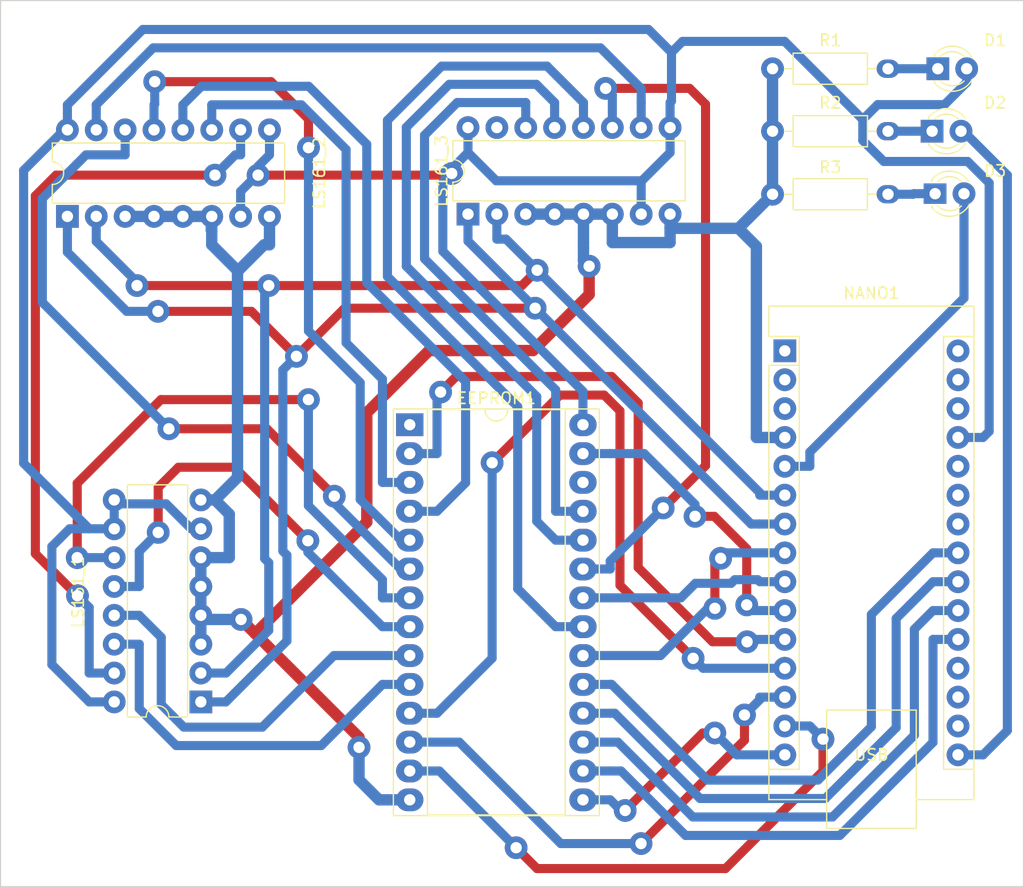
<source format=kicad_pcb>
(kicad_pcb (version 20240108) (generator "pcbnew") (generator_version "8.0")
  (layers (0 "F.Cu" signal) (31 "B.Cu" signal) (34 "B.Paste" user) (35 "F.Paste" user) (36 "B.SilkS" user "B.Silkscreen") (37 "F.SilkS" user "F.Silkscreen") (38 "B.Mask" user) (39 "F.Mask" user) (44 "Edge.Cuts" user))
  (net 0 "")
  (net 1 "VCC")
  (net 2 "Net-(D1-K)")
  (net 3 "Net-(D2-K)")
  (net 4 "Net-(D2-A)")
  (net 5 "Net-(D3-K)")
  (net 6 "Net-(D3-A)")
  (net 7 "Net-(EEPROM1-A12)")
  (net 8 "/D6")
  (net 9 "/D1")
  (net 10 "/D4")
  (net 11 "Net-(EEPROM1-A11)")
  (net 12 "/D0")
  (net 13 "/D5")
  (net 14 "/D3")
  (net 15 "/D2")
  (net 16 "Net-(EEPROM1-A6)")
  (net 17 "Net-(EEPROM1-~{WE})")
  (net 18 "Net-(EEPROM1-A1)")
  (net 19 "Net-(EEPROM1-A8)")
  (net 20 "GND")
  (net 21 "Net-(EEPROM1-A9)")
  (net 22 "Net-(EEPROM1-A2)")
  (net 23 "Net-(EEPROM1-~{CS})")
  (net 24 "Net-(EEPROM1-A3)")
  (net 25 "Net-(EEPROM1-A4)")
  (net 26 "Net-(EEPROM1-A0)")
  (net 27 "Net-(EEPROM1-A10)")
  (net 28 "/D7")
  (net 29 "Net-(EEPROM1-A5)")
  (net 30 "Net-(EEPROM1-~{OE})")
  (net 31 "Net-(EEPROM1-A7)")
  (net 32 "Net-(LS161_1-~{MR})")
  (net 33 "Net-(LS161_1-TC)")
  (net 34 "Net-(LS161_1-CP)")
  (net 35 "Net-(LS161_2-TC)")
  (footprint "Resistor_THT:R_Axial_DIN0207_L6.3mm_D2.5mm_P10.16mm_Horizontal" (layer "F.Cu") (at 175.42 53.05)
    (property "Reference" "R3")
    (property "Value" "330")
  )
  (footprint "Resistor_THT:R_Axial_DIN0207_L6.3mm_D2.5mm_P10.16mm_Horizontal" (layer "F.Cu") (at 175.42 42)
    (property "Reference" "R1")
    (property "Value" "180")
  )
  (footprint "Package_DIP:DIP-16_W7.62mm" (layer "F.Cu") (at 113.38 55 90)
    (property "Reference" "LS161_2")
    (property "Value" "74LS161")
  )
  (footprint "LED_THT:LED_D3.0mm" (layer "F.Cu") (at 189.96 42)
    (property "Reference" "D1")
    (property "Value" "PWR")
  )
  (footprint "Package_DIP:DIP-28_W15.24mm_Socket_LongPads" (layer "F.Cu") (at 143.5 73.34)
    (property "Reference" "EEPROM1")
    (property "Value" "28C64")
  )
  (footprint "Package_DIP:DIP-16_W7.62mm" (layer "F.Cu") (at 148.625 54.8 90)
    (property "Reference" "LS161_3")
    (property "Value" "74LS161")
  )
  (footprint "Resistor_THT:R_Axial_DIN0207_L6.3mm_D2.5mm_P10.16mm_Horizontal" (layer "F.Cu") (at 175.42 47.5)
    (property "Reference" "R2")
    (property "Value" "220")
  )
  (footprint "Module:Arduino_Nano" (layer "F.Cu") (at 176.5 66.84)
    (property "Reference" "NANO1")
    (property "Value" "Arduino_Nano_v3.x")
  )
  (footprint "Package_DIP:DIP-16_W7.62mm" (layer "F.Cu") (at 125.12 97.74 180)
    (property "Reference" "LS161_1")
    (property "Value" "74LS161")
  )
  (footprint "LED_THT:LED_D3.0mm" (layer "F.Cu") (at 189.46 47.5)
    (property "Reference" "D2")
    (property "Value" "OK")
  )
  (footprint "LED_THT:LED_D3.0mm" (layer "F.Cu") (at 189.725 53)
    (property "Reference" "D3")
    (property "Value" "ERROR")
  )
  (gr_rect (start 107.5 36) (end 197.5 114) (stroke (width 0.1)) (fill none) (layer "Edge.Cuts"))
  (segment (start 130.158 51.3676) (end 147.0501 51.3676) (width 0.8) (layer "F.Cu") (net 1))
  (segment (start 147.0501 51.3676) (end 147.194 51.2237) (width 0.8) (layer "F.Cu") (net 1))
  (via (at 130.158 51.3676) (size 2) (drill 1) (layers "F.Cu" "B.Cu") (net 1))
  (via (at 147.194 51.2237) (size 2) (drill 1) (layers "F.Cu" "B.Cu") (net 1))
  (segment (start 146.4116 58.0729) (end 146.4116 52.0061) (width 0.8) (layer "B.Cu") (net 1))
  (segment (start 166.405 47.18) (end 166.405 44.9783) (width 0.8) (layer "B.Cu") (net 1))
  (segment (start 148.625 49.3817) (end 151.1086 51.8653) (width 0.8) (layer "B.Cu") (net 1))
  (segment (start 147.194 50.8127) (end 147.194 51.2237) (width 0.8) (layer "B.Cu") (net 1))
  (segment (start 117.5 82.5) (end 117.5 82.1617) (width 0.8) (layer "B.Cu") (net 1))
  (segment (start 176.4821 39.5937) (end 167.5006 39.5937) (width 0.8) (layer "B.Cu") (net 1))
  (segment (start 163.865 51.8653) (end 163.865 54.8) (width 0.8) (layer "B.Cu") (net 1))
  (segment (start 148.625 49.3817) (end 147.194 50.8127) (width 0.8) (layer "B.Cu") (net 1))
  (segment (start 194.4781 52.0551) (end 192.587 50.164) (width 0.8) (layer "B.Cu") (net 1))
  (segment (start 131.16 49.5817) (end 130.158 50.5837) (width 0.8) (layer "B.Cu") (net 1))
  (segment (start 146.4116 52.0061) (end 147.194 51.2237) (width 0.8) (layer "B.Cu") (net 1))
  (segment (start 163.9214 51.8653) (end 166.405 49.3817) (width 0.8) (layer "B.Cu") (net 1))
  (segment (start 166.5301 44.8532) (end 166.5301 40.5642) (width 0.8) (layer "B.Cu") (net 1))
  (segment (start 163.865 51.8653) (end 163.9214 51.8653) (width 0.8) (layer "B.Cu") (net 1))
  (segment (start 166.405 47.18) (end 166.405 49.3817) (width 0.8) (layer "B.Cu") (net 1))
  (segment (start 117.5 82.5) (end 115.2983 82.5) (width 0.8) (layer "B.Cu") (net 1))
  (segment (start 130.158 50.5837) (end 130.158 51.3676) (width 0.8) (layer "B.Cu") (net 1))
  (segment (start 166.405 44.9783) (end 166.5301 44.8532) (width 0.8) (layer "B.Cu") (net 1))
  (segment (start 109.5283 50.9516) (end 109.5283 76.73) (width 0.8) (layer "B.Cu") (net 1))
  (segment (start 117.5 97.74) (end 115.2983 97.74) (width 0.8) (layer "B.Cu") (net 1))
  (segment (start 192.587 50.164) (end 185.207 50.164) (width 0.8) (layer "B.Cu") (net 1))
  (segment (start 158.74 71.1383) (end 158.74 70.4013) (width 0.8) (layer "B.Cu") (net 1))
  (segment (start 117.5 80.3062) (end 122.0697 80.3062) (width 0.8) (layer "B.Cu") (net 1))
  (segment (start 113.5698 82.5) (end 112.0138 84.056) (width 0.8) (layer "B.Cu") (net 1))
  (segment (start 112.0138 94.4555) (end 115.2983 97.74) (width 0.8) (layer "B.Cu") (net 1))
  (segment (start 128.62 52.7983) (end 130.0507 51.3676) (width 0.8) (layer "B.Cu") (net 1))
  (segment (start 158.74 73.34) (end 158.74 71.1383) (width 0.8) (layer "B.Cu") (net 1))
  (segment (start 183.359 46.4706) (end 184.6708 45.1588) (width 0.8) (layer "B.Cu") (net 1))
  (segment (start 185.207 50.164) (end 183.359 48.316) (width 0.8) (layer "B.Cu") (net 1))
  (segment (start 128.62 55) (end 128.62 52.7983) (width 0.8) (layer "B.Cu") (net 1))
  (segment (start 192.5 43.2089) (end 192.5 42) (width 0.8) (layer "B.Cu") (net 1))
  (segment (start 148.625 47.18) (end 148.625 49.3817) (width 0.8) (layer "B.Cu") (net 1))
  (segment (start 193.9417 74.46) (end 194.4781 73.9236) (width 0.8) (layer "B.Cu") (net 1))
  (segment (start 184.6708 45.1588) (end 190.5501 45.1588) (width 0.8) (layer "B.Cu") (net 1))
  (segment (start 183.359 48.316) (end 183.359 46.4706) (width 0.8) (layer "B.Cu") (net 1))
  (segment (start 117.5 80.3062) (end 117.5 79.96) (width 0.8) (layer "B.Cu") (net 1))
  (segment (start 191.74 74.46) (end 193.9417 74.46) (width 0.8) (layer "B.Cu") (net 1))
  (segment (start 113.38 47.0999) (end 113.38 45.1783) (width 0.8) (layer "B.Cu") (net 1))
  (segment (start 167.5006 39.5937) (end 166.5301 40.5642) (width 0.8) (layer "B.Cu") (net 1))
  (segment (start 158.74 70.4013) (end 146.4116 58.0729) (width 0.8) (layer "B.Cu") (net 1))
  (segment (start 109.5283 76.73) (end 115.2983 82.5) (width 0.8) (layer "B.Cu") (net 1))
  (segment (start 122.0697 80.3062) (end 124.2635 82.5) (width 0.8) (layer "B.Cu") (net 1))
  (segment (start 194.4781 73.9236) (end 194.4781 52.0551) (width 0.8) (layer "B.Cu") (net 1))
  (segment (start 124.2635 82.5) (end 125.12 82.5) (width 0.8) (layer "B.Cu") (net 1))
  (segment (start 112.0138 84.056) (end 112.0138 94.4555) (width 0.8) (layer "B.Cu") (net 1))
  (segment (start 166.5301 40.5642) (end 164.5098 38.5439) (width 0.8) (layer "B.Cu") (net 1))
  (segment (start 113.38 47.0999) (end 109.5283 50.9516) (width 0.8) (layer "B.Cu") (net 1))
  (segment (start 130.0507 51.3676) (end 130.158 51.3676) (width 0.8) (layer "B.Cu") (net 1))
  (segment (start 115.2983 82.5) (end 113.5698 82.5) (width 0.8) (layer "B.Cu") (net 1))
  (segment (start 164.5098 38.5439) (end 120.0144 38.5439) (width 0.8) (layer "B.Cu") (net 1))
  (segment (start 113.38 47.38) (end 113.38 47.0999) (width 0.8) (layer "B.Cu") (net 1))
  (segment (start 190.5501 45.1588) (end 192.5 43.2089) (width 0.8) (layer "B.Cu") (net 1))
  (segment (start 183.359 46.4706) (end 176.4821 39.5937) (width 0.8) (layer "B.Cu") (net 1))
  (segment (start 131.16 47.38) (end 131.16 49.5817) (width 0.8) (layer "B.Cu") (net 1))
  (segment (start 151.1086 51.8653) (end 163.865 51.8653) (width 0.8) (layer "B.Cu") (net 1))
  (segment (start 120.0144 38.5439) (end 113.38 45.1783) (width 0.8) (layer "B.Cu") (net 1))
  (segment (start 117.5 80.3062) (end 117.5 82.1617) (width 0.8) (layer "B.Cu") (net 1))
  (segment (start 189.96 42) (end 185.58 42) (width 0.8) (layer "B.Cu") (net 2))
  (segment (start 189.46 47.5) (end 185.58 47.5) (width 0.8) (layer "B.Cu") (net 3))
  (segment (start 191.74 102.4) (end 193.9417 102.4) (width 0.8) (layer "B.Cu") (net 4))
  (segment (start 196.0799 100.2618) (end 196.0799 51.3675) (width 0.8) (layer "B.Cu") (net 4))
  (segment (start 193.9417 102.4) (end 196.0799 100.2618) (width 0.8) (layer "B.Cu") (net 4))
  (segment (start 196.0799 51.3675) (end 192.2124 47.5) (width 0.8) (layer "B.Cu") (net 4))
  (segment (start 192.2124 47.5) (end 192 47.5) (width 0.8) (layer "B.Cu") (net 4))
  (segment (start 189.725 53) (end 187.8317 53) (width 0.8) (layer "B.Cu") (net 5))
  (segment (start 187.8317 53) (end 187.7817 53.05) (width 0.8) (layer "B.Cu") (net 5))
  (segment (start 185.58 53.05) (end 187.7817 53.05) (width 0.8) (layer "B.Cu") (net 5))
  (segment (start 192.265 53) (end 192.265 62.1857) (width 0.8) (layer "B.Cu") (net 6))
  (segment (start 192.265 62.1857) (end 178.7017 75.749) (width 0.8) (layer "B.Cu") (net 6))
  (segment (start 176.5 77) (end 178.7017 77) (width 0.8) (layer "B.Cu") (net 6))
  (segment (start 178.7017 75.749) (end 178.7017 77) (width 0.8) (layer "B.Cu") (net 6))
  (segment (start 170.1369 92.4463) (end 173.1787 92.4463) (width 0.8) (layer "F.Cu") (net 7))
  (segment (start 147.5832 69.0957) (end 161.2671 69.0957) (width 0.8) (layer "F.Cu") (net 7))
  (segment (start 163.5982 85.9076) (end 170.1369 92.4463) (width 0.8) (layer "F.Cu") (net 7))
  (segment (start 161.2671 69.0957) (end 163.5982 71.4268) (width 0.8) (layer "F.Cu") (net 7))
  (segment (start 163.5982 71.4268) (end 163.5982 85.9076) (width 0.8) (layer "F.Cu") (net 7))
  (segment (start 146.2127 70.4662) (end 147.5832 69.0957) (width 0.8) (layer "F.Cu") (net 7))
  (via (at 146.2127 70.4662) (size 2) (drill 1) (layers "F.Cu" "B.Cu") (net 7))
  (via (at 173.1787 92.4463) (size 2) (drill 1) (layers "F.Cu" "B.Cu") (net 7))
  (segment (start 145.9017 70.7772) (end 145.9017 75.88) (width 0.8) (layer "B.Cu") (net 7))
  (segment (start 173.385 92.24) (end 173.1787 92.4463) (width 0.8) (layer "B.Cu") (net 7))
  (segment (start 176.5 92.24) (end 173.385 92.24) (width 0.8) (layer "B.Cu") (net 7))
  (segment (start 143.5 75.88) (end 145.9017 75.88) (width 0.8) (layer "B.Cu") (net 7))
  (segment (start 146.2127 70.4662) (end 145.9017 70.7772) (width 0.8) (layer "B.Cu") (net 7))
  (segment (start 186.2976 90.4007) (end 186.2976 100.0058) (width 0.8) (layer "B.Cu") (net 8))
  (segment (start 158.74 98.74) (end 161.1417 98.74) (width 0.8) (layer "B.Cu") (net 8))
  (segment (start 169.0445 106.2437) (end 161.5408 98.74) (width 0.8) (layer "B.Cu") (net 8))
  (segment (start 180.0597 106.2437) (end 169.0445 106.2437) (width 0.8) (layer "B.Cu") (net 8))
  (segment (start 186.2976 100.0058) (end 180.0597 106.2437) (width 0.8) (layer "B.Cu") (net 8))
  (segment (start 161.5408 98.74) (end 161.1417 98.74) (width 0.8) (layer "B.Cu") (net 8))
  (segment (start 189.5383 87.16) (end 186.2976 90.4007) (width 0.8) (layer "B.Cu") (net 8))
  (segment (start 191.74 87.16) (end 189.5383 87.16) (width 0.8) (layer "B.Cu") (net 8))
  (segment (start 172.9505 101.1082) (end 163.8486 110.2101) (width 0.8) (layer "F.Cu") (net 9))
  (segment (start 172.9505 98.89) (end 172.9505 101.1082) (width 0.8) (layer "F.Cu") (net 9))
  (via (at 172.9505 98.89) (size 2) (drill 1) (layers "F.Cu" "B.Cu") (net 9))
  (via (at 163.8486 110.2101) (size 2) (drill 1) (layers "F.Cu" "B.Cu") (net 9))
  (segment (start 147.8571 101.28) (end 143.5 101.28) (width 0.8) (layer "B.Cu") (net 9))
  (segment (start 174.2983 97.5422) (end 172.9505 98.89) (width 0.8) (layer "B.Cu") (net 9))
  (segment (start 156.7872 110.2101) (end 147.8571 101.28) (width 0.8) (layer "B.Cu") (net 9))
  (segment (start 174.2983 97.32) (end 174.2983 97.5422) (width 0.8) (layer "B.Cu") (net 9))
  (segment (start 163.8486 110.2101) (end 156.7872 110.2101) (width 0.8) (layer "B.Cu") (net 9))
  (segment (start 176.5 97.32) (end 174.2983 97.32) (width 0.8) (layer "B.Cu") (net 9))
  (segment (start 158.74 103.82) (end 161.1417 103.82) (width 0.8) (layer "B.Cu") (net 10))
  (segment (start 167.7652 109.4948) (end 162.0904 103.82) (width 0.8) (layer "B.Cu") (net 10))
  (segment (start 191.74 92.24) (end 189.5383 92.24) (width 0.8) (layer "B.Cu") (net 10))
  (segment (start 162.0904 103.82) (end 161.1417 103.82) (width 0.8) (layer "B.Cu") (net 10))
  (segment (start 189.5383 101.2955) (end 181.339 109.4948) (width 0.8) (layer "B.Cu") (net 10))
  (segment (start 181.339 109.4948) (end 167.7652 109.4948) (width 0.8) (layer "B.Cu") (net 10))
  (segment (start 189.5383 92.24) (end 189.5383 101.2955) (width 0.8) (layer "B.Cu") (net 10))
  (segment (start 165.8014 80.6656) (end 169.5249 76.9421) (width 0.8) (layer "F.Cu") (net 11))
  (segment (start 169.5249 76.9421) (end 169.5249 45.131) (width 0.8) (layer "F.Cu") (net 11))
  (segment (start 168.1235 43.7296) (end 160.7374 43.7296) (width 0.8) (layer "F.Cu") (net 11))
  (segment (start 169.5249 45.131) (end 168.1235 43.7296) (width 0.8) (layer "F.Cu") (net 11))
  (via (at 160.7374 43.7296) (size 2) (drill 1) (layers "F.Cu" "B.Cu") (net 11))
  (via (at 165.8014 80.6656) (size 2) (drill 1) (layers "F.Cu" "B.Cu") (net 11))
  (segment (start 161.1417 85.3253) (end 165.8014 80.6656) (width 0.8) (layer "B.Cu") (net 11))
  (segment (start 158.74 86.04) (end 161.1417 86.04) (width 0.8) (layer "B.Cu") (net 11))
  (segment (start 161.1417 86.04) (end 161.1417 85.3253) (width 0.8) (layer "B.Cu") (net 11))
  (segment (start 161.325 44.3172) (end 160.7374 43.7296) (width 0.8) (layer "B.Cu") (net 11))
  (segment (start 161.325 47.18) (end 161.325 44.3172) (width 0.8) (layer "B.Cu") (net 11))
  (segment (start 160.6057 70.7296) (end 156.7054 70.7296) (width 0.8) (layer "F.Cu") (net 12))
  (segment (start 161.9963 87.4679) (end 161.9963 72.1202) (width 0.8) (layer "F.Cu") (net 12))
  (segment (start 161.9963 72.1202) (end 160.6057 70.7296) (width 0.8) (layer "F.Cu") (net 12))
  (segment (start 168.4334 93.905) (end 161.9963 87.4679) (width 0.8) (layer "F.Cu") (net 12))
  (segment (start 156.7054 70.7296) (end 150.7489 76.6861) (width 0.8) (layer "F.Cu") (net 12))
  (via (at 150.7489 76.6861) (size 2) (drill 1) (layers "F.Cu" "B.Cu") (net 12))
  (via (at 168.4334 93.905) (size 2) (drill 1) (layers "F.Cu" "B.Cu") (net 12))
  (segment (start 150.7489 93.8928) (end 150.7489 76.6861) (width 0.8) (layer "B.Cu") (net 12))
  (segment (start 176.5 94.78) (end 169.3084 94.78) (width 0.8) (layer "B.Cu") (net 12))
  (segment (start 145.9017 98.74) (end 150.7489 93.8928) (width 0.8) (layer "B.Cu") (net 12))
  (segment (start 169.3084 94.78) (end 168.4334 93.905) (width 0.8) (layer "B.Cu") (net 12))
  (segment (start 143.5 98.74) (end 145.9017 98.74) (width 0.8) (layer "B.Cu") (net 12))
  (segment (start 191.74 89.7) (end 189.5383 89.7) (width 0.8) (layer "B.Cu") (net 13))
  (segment (start 161.8156 101.28) (end 161.1417 101.28) (width 0.8) (layer "B.Cu") (net 13))
  (segment (start 180.6976 107.871) (end 168.4066 107.871) (width 0.8) (layer "B.Cu") (net 13))
  (segment (start 158.74 101.28) (end 161.1417 101.28) (width 0.8) (layer "B.Cu") (net 13))
  (segment (start 168.4066 107.871) (end 161.8156 101.28) (width 0.8) (layer "B.Cu") (net 13))
  (segment (start 187.8993 100.6693) (end 180.6976 107.871) (width 0.8) (layer "B.Cu") (net 13))
  (segment (start 187.8993 91.339) (end 187.8993 100.6693) (width 0.8) (layer "B.Cu") (net 13))
  (segment (start 189.5383 89.7) (end 187.8993 91.339) (width 0.8) (layer "B.Cu") (net 13))
  (segment (start 169.277 100.4772) (end 170.3418 100.4772) (width 0.8) (layer "F.Cu") (net 14))
  (segment (start 162.4554 107.2988) (end 169.277 100.4772) (width 0.8) (layer "F.Cu") (net 14))
  (via (at 162.4554 107.2988) (size 2) (drill 1) (layers "F.Cu" "B.Cu") (net 14))
  (via (at 170.3418 100.4772) (size 2) (drill 1) (layers "F.Cu" "B.Cu") (net 14))
  (segment (start 172.2646 102.4) (end 170.3418 100.4772) (width 0.8) (layer "B.Cu") (net 14))
  (segment (start 158.74 106.36) (end 161.1417 106.36) (width 0.8) (layer "B.Cu") (net 14))
  (segment (start 176.5 102.4) (end 172.2646 102.4) (width 0.8) (layer "B.Cu") (net 14))
  (segment (start 162.4554 107.2988) (end 162.0805 107.2988) (width 0.8) (layer "B.Cu") (net 14))
  (segment (start 162.0805 107.2988) (end 161.1417 106.36) (width 0.8) (layer "B.Cu") (net 14))
  (segment (start 171.2758 112.4118) (end 154.6963 112.4118) (width 0.8) (layer "F.Cu") (net 15))
  (segment (start 154.6963 112.4118) (end 152.8604 110.5759) (width 0.8) (layer "F.Cu") (net 15))
  (segment (start 179.8579 101.0162) (end 179.8579 103.8297) (width 0.8) (layer "F.Cu") (net 15))
  (segment (start 179.8579 103.8297) (end 171.2758 112.4118) (width 0.8) (layer "F.Cu") (net 15))
  (via (at 152.8604 110.5759) (size 2) (drill 1) (layers "F.Cu" "B.Cu") (net 15))
  (via (at 179.8579 101.0162) (size 2) (drill 1) (layers "F.Cu" "B.Cu") (net 15))
  (segment (start 176.5 99.86) (end 178.7017 99.86) (width 0.8) (layer "B.Cu") (net 15))
  (segment (start 178.7017 99.86) (end 179.8579 101.0162) (width 0.8) (layer "B.Cu") (net 15))
  (segment (start 146.1045 103.82) (end 152.8604 110.5759) (width 0.8) (layer "B.Cu") (net 15))
  (segment (start 143.5 103.82) (end 146.1045 103.82) (width 0.8) (layer "B.Cu") (net 15))
  (segment (start 145.9017 80.96) (end 148.4144 78.4473) (width 0.8) (layer "B.Cu") (net 16))
  (segment (start 139.7169 60.8335) (end 139.7169 48.6544) (width 0.8) (layer "B.Cu") (net 16))
  (segment (start 148.4144 78.4473) (end 148.4144 69.531) (width 0.8) (layer "B.Cu") (net 16))
  (segment (start 123.54 47.38) (end 123.54 45.1783) (width 0.8) (layer "B.Cu") (net 16))
  (segment (start 134.611 43.5485) (end 125.1698 43.5485) (width 0.8) (layer "B.Cu") (net 16))
  (segment (start 143.5 80.96) (end 145.9017 80.96) (width 0.8) (layer "B.Cu") (net 16))
  (segment (start 125.1698 43.5485) (end 123.54 45.1783) (width 0.8) (layer "B.Cu") (net 16))
  (segment (start 139.7169 48.6544) (end 134.611 43.5485) (width 0.8) (layer "B.Cu") (net 16))
  (segment (start 148.4144 69.531) (end 139.7169 60.8335) (width 0.8) (layer "B.Cu") (net 16))
  (segment (start 170.2961 81.4045) (end 173.1481 84.2565) (width 0.8) (layer "F.Cu") (net 17))
  (segment (start 168.6032 81.4045) (end 170.2961 81.4045) (width 0.8) (layer "F.Cu") (net 17))
  (segment (start 173.1481 84.2565) (end 173.1481 89.2001) (width 0.8) (layer "F.Cu") (net 17))
  (via (at 168.6032 81.4045) (size 2) (drill 1) (layers "F.Cu" "B.Cu") (net 17))
  (via (at 173.1481 89.2001) (size 2) (drill 1) (layers "F.Cu" "B.Cu") (net 17))
  (segment (start 168.6032 81.4045) (end 168.6032 80.3536) (width 0.8) (layer "B.Cu") (net 17))
  (segment (start 164.1296 75.88) (end 161.1417 75.88) (width 0.8) (layer "B.Cu") (net 17))
  (segment (start 173.648 89.7) (end 173.1481 89.2001) (width 0.8) (layer "B.Cu") (net 17))
  (segment (start 176.5 89.7) (end 173.648 89.7) (width 0.8) (layer "B.Cu") (net 17))
  (segment (start 168.6032 80.3536) (end 164.1296 75.88) (width 0.8) (layer "B.Cu") (net 17))
  (segment (start 158.74 75.88) (end 161.1417 75.88) (width 0.8) (layer "B.Cu") (net 17))
  (segment (start 123.6223 99.9615) (end 121.6386 97.9778) (width 0.8) (layer "B.Cu") (net 18))
  (segment (start 143.5 93.66) (end 136.8269 93.66) (width 0.8) (layer "B.Cu") (net 18))
  (segment (start 121.6386 97.9778) (end 121.6386 92.0569) (width 0.8) (layer "B.Cu") (net 18))
  (segment (start 117.5 90.12) (end 119.7017 90.12) (width 0.8) (layer "B.Cu") (net 18))
  (segment (start 130.5254 99.9615) (end 123.6223 99.9615) (width 0.8) (layer "B.Cu") (net 18))
  (segment (start 121.6386 92.0569) (end 119.7017 90.12) (width 0.8) (layer "B.Cu") (net 18))
  (segment (start 136.8269 93.66) (end 130.5254 99.9615) (width 0.8) (layer "B.Cu") (net 18))
  (segment (start 144.8014 47.8538) (end 147.6769 44.9783) (width 0.8) (layer "B.Cu") (net 19))
  (segment (start 144.8014 58.728) (end 144.8014 47.8538) (width 0.8) (layer "B.Cu") (net 19))
  (segment (start 147.6769 44.9783) (end 153.705 44.9783) (width 0.8) (layer "B.Cu") (net 19))
  (segment (start 153.705 47.18) (end 153.705 44.9783) (width 0.8) (layer "B.Cu") (net 19))
  (segment (start 158.74 80.96) (end 156.3383 80.96) (width 0.8) (layer "B.Cu") (net 19))
  (segment (start 156.3383 70.2649) (end 144.8014 58.728) (width 0.8) (layer "B.Cu") (net 19))
  (segment (start 156.3383 80.96) (end 156.3383 70.2649) (width 0.8) (layer "B.Cu") (net 19))
  (segment (start 129.2794 91.1054) (end 129.9014 91.7273) (width 1) (layer "F.Cu") (net 20))
  (segment (start 139.038 100.864) (end 139.038 101.7414) (width 1) (layer "F.Cu") (net 20))
  (segment (start 139.7216 72.2863) (end 139.7216 81.9071) (width 1) (layer "F.Cu") (net 20))
  (segment (start 147.1777 66.8118) (end 145.1961 66.8118) (width 1) (layer "F.Cu") (net 20))
  (segment (start 147.1792 66.8103) (end 147.1777 66.8118) (width 1) (layer "F.Cu") (net 20))
  (segment (start 154.3499 66.8103) (end 147.1792 66.8103) (width 1) (layer "F.Cu") (net 20))
  (segment (start 159.2836 61.8766) (end 154.3499 66.8103) (width 1) (layer "F.Cu") (net 20))
  (segment (start 128.6574 90.4835) (end 129.2793 91.1054) (width 1) (layer "F.Cu") (net 20))
  (segment (start 129.9014 91.7273) (end 139.038 100.864) (width 1) (layer "F.Cu") (net 20))
  (segment (start 129.2793 91.1054) (end 129.2794 91.1054) (width 1) (layer "F.Cu") (net 20))
  (segment (start 139.7216 81.9071) (end 129.9014 91.7273) (width 1) (layer "F.Cu") (net 20))
  (segment (start 159.2836 59.3837) (end 159.2836 61.8766) (width 1) (layer "F.Cu") (net 20))
  (segment (start 145.1961 66.8118) (end 139.7216 72.2863) (width 1) (layer "F.Cu") (net 20))
  (via (at 159.2836 59.3837) (size 2) (drill 1) (layers "F.Cu" "B.Cu") (net 20))
  (via (at 128.6574 90.4835) (size 2) (drill 1) (layers "F.Cu" "B.Cu") (net 20))
  (via (at 139.038 101.7414) (size 2) (drill 1) (layers "F.Cu" "B.Cu") (net 20))
  (segment (start 173.9983 57.6299) (end 172.4192 56.0508) (width 1) (layer "B.Cu") (net 20))
  (segment (start 143.5 106.36) (end 140.7983 106.36) (width 1) (layer "B.Cu") (net 20))
  (segment (start 156.2833 55.2615) (end 156.2833 54.8) (width 1) (layer "B.Cu") (net 20))
  (segment (start 125.12 87.58) (end 125.12 85.04) (width 1) (layer "B.Cu") (net 20))
  (segment (start 173.9983 74.46) (end 173.9983 57.6299) (width 1) (layer "B.Cu") (net 20))
  (segment (start 172.4192 56.0508) (end 175.42 53.05) (width 1) (layer "B.Cu") (net 20))
  (segment (start 158.785 54.8) (end 158.785 57.3017) (width 1) (layer "B.Cu") (net 20))
  (segment (start 156.245 55.0499) (end 156.245 55.2998) (width 1) (layer "B.Cu") (net 20))
  (segment (start 125.12 90.4835) (end 125.12 90.12) (width 1) (layer "B.Cu") (net 20))
  (segment (start 125.12 90.4835) (end 128.6574 90.4835) (width 1) (layer "B.Cu") (net 20))
  (segment (start 158.785 54.8) (end 156.2833 54.8) (width 1) (layer "B.Cu") (net 20))
  (segment (start 125.12 85.04) (end 127.6217 85.04) (width 1) (layer "B.Cu") (net 20))
  (segment (start 125.12 79.96) (end 126.3709 79.96) (width 1) (layer "B.Cu") (net 20))
  (segment (start 156.2067 55.0116) (end 156.2067 54.8) (width 1) (layer "B.Cu") (net 20))
  (segment (start 126.08 56.2508) (end 126.0417 56.2125) (width 1) (layer "B.Cu") (net 20))
  (segment (start 156.245 55.0499) (end 156.2067 55.0116) (width 1) (layer "B.Cu") (net 20))
  (segment (start 123.54 55) (end 121 55) (width 1) (layer "B.Cu") (net 20))
  (segment (start 128.3813 59.8029) (end 130.6825 57.5017) (width 1) (layer "B.Cu") (net 20))
  (segment (start 175.42 42) (end 175.42 47.5) (width 1) (layer "B.Cu") (net 20))
  (segment (start 166.405 57.3017) (end 161.325 57.3017) (width 1) (layer "B.Cu") (net 20))
  (segment (start 166.405 54.8) (end 166.405 56.0508) (width 1) (layer "B.Cu") (net 20))
  (segment (start 139.038 101.7414) (end 139.038 104.5997) (width 1) (layer "B.Cu") (net 20))
  (segment (start 158.785 58.8851) (end 159.2836 59.3837) (width 1) (layer "B.Cu") (net 20))
  (segment (start 166.405 56.0508) (end 166.405 57.3017) (width 1) (layer "B.Cu") (net 20))
  (segment (start 125.12 92.66) (end 125.12 90.4835) (width 1) (layer "B.Cu") (net 20))
  (segment (start 125.12 90.12) (end 125.12 87.58) (width 1) (layer "B.Cu") (net 20))
  (segment (start 156.245 54.8) (end 156.245 55.0499) (width 1) (layer "B.Cu") (net 20))
  (segment (start 156.245 55.2998) (end 156.2833 55.2615) (width 1) (layer "B.Cu") (net 20))
  (segment (start 130.6825 57.5017) (end 131.16 57.5017) (width 1) (layer "B.Cu") (net 20))
  (segment (start 127.6217 81.2108) (end 126.3709 79.96) (width 1) (layer "B.Cu") (net 20))
  (segment (start 126.08 55) (end 126.08 56.2508) (width 1) (layer "B.Cu") (net 20))
  (segment (start 131.16 55) (end 131.16 57.5017) (width 1) (layer "B.Cu") (net 20))
  (segment (start 176.5 74.46) (end 173.9983 74.46) (width 1) (layer "B.Cu") (net 20))
  (segment (start 128.3463 59.8379) (end 128.3813 59.8029) (width 1) (layer "B.Cu") (net 20))
  (segment (start 118.46 55) (end 121 55) (width 1) (layer "B.Cu") (net 20))
  (segment (start 126.3709 79.96) (end 128.3463 77.9846) (width 1) (layer "B.Cu") (net 20))
  (segment (start 126.0417 56.2125) (end 126.0417 55) (width 1) (layer "B.Cu") (net 20))
  (segment (start 158.785 54.8) (end 161.325 54.8) (width 1) (layer "B.Cu") (net 20))
  (segment (start 128.3463 77.9846) (end 128.3463 59.8379) (width 1) (layer "B.Cu") (net 20))
  (segment (start 126.08 57.5017) (end 128.3813 59.8029) (width 1) (layer "B.Cu") (net 20))
  (segment (start 127.6217 85.04) (end 127.6217 81.2108) (width 1) (layer "B.Cu") (net 20))
  (segment (start 126.08 56.2508) (end 126.08 57.5017) (width 1) (layer "B.Cu") (net 20))
  (segment (start 175.42 53.05) (end 175.42 47.5) (width 1) (layer "B.Cu") (net 20))
  (segment (start 161.325 54.8) (end 161.325 57.3017) (width 1) (layer "B.Cu") (net 20))
  (segment (start 158.785 57.3017) (end 158.785 58.8851) (width 1) (layer "B.Cu") (net 20))
  (segment (start 123.54 55) (end 126.0417 55) (width 1) (layer "B.Cu") (net 20))
  (segment (start 139.038 104.5997) (end 140.7983 106.36) (width 1) (layer "B.Cu") (net 20))
  (segment (start 166.405 56.0508) (end 172.4192 56.0508) (width 1) (layer "B.Cu") (net 20))
  (segment (start 153.705 54.8) (end 156.2067 54.8) (width 1) (layer "B.Cu") (net 20))
  (segment (start 143.1997 59.3914) (end 143.1997 47.1523) (width 0.8) (layer "B.Cu") (net 21))
  (segment (start 143.1997 47.1523) (end 146.9789 43.3731) (width 0.8) (layer "B.Cu") (net 21))
  (segment (start 154.6709 70.8626) (end 143.1997 59.3914) (width 0.8) (layer "B.Cu") (net 21))
  (segment (start 156.245 47.18) (end 156.245 44.9783) (width 0.8) (layer "B.Cu") (net 21))
  (segment (start 158.74 83.5) (end 156.3383 83.5) (width 0.8) (layer "B.Cu") (net 21))
  (segment (start 156.3383 83.5) (end 154.6709 81.8326) (width 0.8) (layer "B.Cu") (net 21))
  (segment (start 154.6398 43.3731) (end 156.245 44.9783) (width 0.8) (layer "B.Cu") (net 21))
  (segment (start 146.9789 43.3731) (end 154.6398 43.3731) (width 0.8) (layer "B.Cu") (net 21))
  (segment (start 154.6709 81.8326) (end 154.6709 70.8626) (width 0.8) (layer "B.Cu") (net 21))
  (segment (start 128.0687 77.081) (end 134.5374 83.5497) (width 0.8) (layer "F.Cu") (net 22))
  (segment (start 121.3702 82.8204) (end 121.3702 78.8653) (width 0.8) (layer "F.Cu") (net 22))
  (segment (start 123.1545 77.081) (end 128.0687 77.081) (width 0.8) (layer "F.Cu") (net 22))
  (segment (start 121.3702 78.8653) (end 123.1545 77.081) (width 0.8) (layer "F.Cu") (net 22))
  (via (at 134.5374 83.5497) (size 2) (drill 1) (layers "F.Cu" "B.Cu") (net 22))
  (via (at 121.3702 82.8204) (size 2) (drill 1) (layers "F.Cu" "B.Cu") (net 22))
  (segment (start 134.5374 84.5591) (end 134.5374 83.5497) (width 0.8) (layer "B.Cu") (net 22))
  (segment (start 117.5 87.58) (end 119.7017 87.58) (width 0.8) (layer "B.Cu") (net 22))
  (segment (start 143.5 91.12) (end 141.0983 91.12) (width 0.8) (layer "B.Cu") (net 22))
  (segment (start 141.0983 91.12) (end 134.5374 84.5591) (width 0.8) (layer "B.Cu") (net 22))
  (segment (start 119.7017 84.4889) (end 121.3702 82.8204) (width 0.8) (layer "B.Cu") (net 22))
  (segment (start 119.7017 87.58) (end 119.7017 84.4889) (width 0.8) (layer "B.Cu") (net 22))
  (segment (start 170.3463 89.503) (end 170.3463 85.6067) (width 0.8) (layer "F.Cu") (net 23))
  (segment (start 170.3463 85.6067) (end 170.8535 85.0995) (width 0.8) (layer "F.Cu") (net 23))
  (via (at 170.8535 85.0995) (size 2) (drill 1) (layers "F.Cu" "B.Cu") (net 23))
  (via (at 170.3463 89.503) (size 2) (drill 1) (layers "F.Cu" "B.Cu") (net 23))
  (segment (start 165.5648 93.66) (end 169.7218 89.503) (width 0.8) (layer "B.Cu") (net 23))
  (segment (start 176.5 84.62) (end 171.333 84.62) (width 0.8) (layer "B.Cu") (net 23))
  (segment (start 158.74 93.66) (end 165.5648 93.66) (width 0.8) (layer "B.Cu") (net 23))
  (segment (start 169.7218 89.503) (end 170.3463 89.503) (width 0.8) (layer "B.Cu") (net 23))
  (segment (start 171.333 84.62) (end 170.8535 85.0995) (width 0.8) (layer "B.Cu") (net 23))
  (segment (start 121.6129 71.1268) (end 134.585 71.1268) (width 0.8) (layer "F.Cu") (net 24))
  (segment (start 114.2454 78.4943) (end 121.6129 71.1268) (width 0.8) (layer "F.Cu") (net 24))
  (segment (start 114.2454 85.04) (end 114.2454 78.4943) (width 0.8) (layer "F.Cu") (net 24))
  (via (at 134.585 71.1268) (size 2) (drill 1) (layers "F.Cu" "B.Cu") (net 24))
  (via (at 114.2454 85.04) (size 2) (drill 1) (layers "F.Cu" "B.Cu") (net 24))
  (segment (start 134.585 80.4672) (end 141.0983 86.9805) (width 0.8) (layer "B.Cu") (net 24))
  (segment (start 143.5 88.58) (end 141.0983 88.58) (width 0.8) (layer "B.Cu") (net 24))
  (segment (start 117.5 85.04) (end 114.2454 85.04) (width 0.8) (layer "B.Cu") (net 24))
  (segment (start 141.0983 86.9805) (end 141.0983 88.58) (width 0.8) (layer "B.Cu") (net 24))
  (segment (start 134.585 71.1268) (end 134.585 80.4672) (width 0.8) (layer "B.Cu") (net 24))
  (segment (start 136.863 79.6316) (end 130.9289 73.6975) (width 0.8) (layer "F.Cu") (net 25))
  (segment (start 130.9289 73.6975) (end 122.3069 73.6975) (width 0.8) (layer "F.Cu") (net 25))
  (via (at 136.863 79.6316) (size 2) (drill 1) (layers "F.Cu" "B.Cu") (net 25))
  (via (at 122.3069 73.6975) (size 2) (drill 1) (layers "F.Cu" "B.Cu") (net 25))
  (segment (start 115.0209 49.5817) (end 118.46 49.5817) (width 0.8) (layer "B.Cu") (net 25))
  (segment (start 136.863 80.2136) (end 136.863 79.6316) (width 0.8) (layer "B.Cu") (net 25))
  (segment (start 122.3069 73.6975) (end 111.1783 62.5689) (width 0.8) (layer "B.Cu") (net 25))
  (segment (start 111.1783 62.5689) (end 111.1783 53.4243) (width 0.8) (layer "B.Cu") (net 25))
  (segment (start 118.46 47.38) (end 118.46 49.5817) (width 0.8) (layer "B.Cu") (net 25))
  (segment (start 142.6894 86.04) (end 136.863 80.2136) (width 0.8) (layer "B.Cu") (net 25))
  (segment (start 111.1783 53.4243) (end 115.0209 49.5817) (width 0.8) (layer "B.Cu") (net 25))
  (segment (start 143.5 86.04) (end 142.6894 86.04) (width 0.8) (layer "B.Cu") (net 25))
  (segment (start 117.5 92.66) (end 119.7017 92.66) (width 0.8) (layer "B.Cu") (net 26))
  (segment (start 119.7017 92.66) (end 119.7017 98.3318) (width 0.8) (layer "B.Cu") (net 26))
  (segment (start 119.7017 98.3318) (end 122.953 101.5831) (width 0.8) (layer "B.Cu") (net 26))
  (segment (start 122.953 101.5831) (end 135.7152 101.5831) (width 0.8) (layer "B.Cu") (net 26))
  (segment (start 135.7152 101.5831) (end 141.0983 96.2) (width 0.8) (layer "B.Cu") (net 26))
  (segment (start 143.5 96.2) (end 141.0983 96.2) (width 0.8) (layer "B.Cu") (net 26))
  (segment (start 155.5778 41.7711) (end 158.785 44.9783) (width 0.8) (layer "B.Cu") (net 27))
  (segment (start 152.9981 87.7798) (end 152.9981 71.7505) (width 0.8) (layer "B.Cu") (net 27))
  (segment (start 146.3094 41.7711) (end 155.5778 41.7711) (width 0.8) (layer "B.Cu") (net 27))
  (segment (start 158.74 91.12) (end 156.3383 91.12) (width 0.8) (layer "B.Cu") (net 27))
  (segment (start 141.538 60.2904) (end 141.538 46.5425) (width 0.8) (layer "B.Cu") (net 27))
  (segment (start 158.785 47.18) (end 158.785 44.9783) (width 0.8) (layer "B.Cu") (net 27))
  (segment (start 152.9981 71.7505) (end 141.538 60.2904) (width 0.8) (layer "B.Cu") (net 27))
  (segment (start 156.3383 91.12) (end 152.9981 87.7798) (width 0.8) (layer "B.Cu") (net 27))
  (segment (start 141.538 46.5425) (end 146.3094 41.7711) (width 0.8) (layer "B.Cu") (net 27))
  (segment (start 184.1158 99.9225) (end 179.4145 104.6238) (width 0.8) (layer "B.Cu") (net 28))
  (segment (start 189.5383 84.62) (end 184.1158 90.0425) (width 0.8) (layer "B.Cu") (net 28))
  (segment (start 158.74 96.2) (end 161.1417 96.2) (width 0.8) (layer "B.Cu") (net 28))
  (segment (start 191.74 84.62) (end 189.5383 84.62) (width 0.8) (layer "B.Cu") (net 28))
  (segment (start 184.1158 90.0425) (end 184.1158 99.9225) (width 0.8) (layer "B.Cu") (net 28))
  (segment (start 179.4145 104.6238) (end 169.6898 104.6238) (width 0.8) (layer "B.Cu") (net 28))
  (segment (start 169.6898 104.6238) (end 161.266 96.2) (width 0.8) (layer "B.Cu") (net 28))
  (segment (start 161.266 96.2) (end 161.1417 96.2) (width 0.8) (layer "B.Cu") (net 28))
  (segment (start 134.5911 46.4339) (end 134.5911 48.9471) (width 0.8) (layer "F.Cu") (net 29))
  (segment (start 131.2974 43.1402) (end 134.5911 46.4339) (width 0.8) (layer "F.Cu") (net 29))
  (segment (start 121.0631 43.1402) (end 131.2974 43.1402) (width 0.8) (layer "F.Cu") (net 29))
  (via (at 121.0631 43.1402) (size 2) (drill 1) (layers "F.Cu" "B.Cu") (net 29))
  (via (at 134.5911 48.9471) (size 2) (drill 1) (layers "F.Cu" "B.Cu") (net 29))
  (segment (start 142.7264 83.5) (end 143.5 83.5) (width 0.8) (layer "B.Cu") (net 29))
  (segment (start 139.1409 79.9145) (end 142.7264 83.5) (width 0.8) (layer "B.Cu") (net 29))
  (segment (start 134.5911 48.9471) (end 134.5911 65.0843) (width 0.8) (layer "B.Cu") (net 29))
  (segment (start 121.0631 45.1152) (end 121.0631 43.1402) (width 0.8) (layer "B.Cu") (net 29))
  (segment (start 139.1409 69.6341) (end 139.1409 79.9145) (width 0.8) (layer "B.Cu") (net 29))
  (segment (start 121 47.38) (end 121 45.1783) (width 0.8) (layer "B.Cu") (net 29))
  (segment (start 134.5911 65.0843) (end 139.1409 69.6341) (width 0.8) (layer "B.Cu") (net 29))
  (segment (start 121 45.1783) (end 121.0631 45.1152) (width 0.8) (layer "B.Cu") (net 29))
  (segment (start 168.6354 87.3013) (end 167.3567 88.58) (width 0.8) (layer "B.Cu") (net 30))
  (segment (start 172.0951 86.9813) (end 171.7751 87.3013) (width 0.8) (layer "B.Cu") (net 30))
  (segment (start 176.5 87.16) (end 174.2983 87.16) (width 0.8) (layer "B.Cu") (net 30))
  (segment (start 174.2983 87.16) (end 174.1196 86.9813) (width 0.8) (layer "B.Cu") (net 30))
  (segment (start 174.1196 86.9813) (end 172.0951 86.9813) (width 0.8) (layer "B.Cu") (net 30))
  (segment (start 167.3567 88.58) (end 158.74 88.58) (width 0.8) (layer "B.Cu") (net 30))
  (segment (start 171.7751 87.3013) (end 168.6354 87.3013) (width 0.8) (layer "B.Cu") (net 30))
  (segment (start 126.08 47.38) (end 126.08 45.1783) (width 0.8) (layer "B.Cu") (net 31))
  (segment (start 141.0983 78.42) (end 141.0983 69.3263) (width 0.8) (layer "B.Cu") (net 31))
  (segment (start 143.5 78.42) (end 141.0983 78.42) (width 0.8) (layer "B.Cu") (net 31))
  (segment (start 133.9691 45.1783) (end 126.08 45.1783) (width 0.8) (layer "B.Cu") (net 31))
  (segment (start 137.8997 49.1089) (end 133.9691 45.1783) (width 0.8) (layer "B.Cu") (net 31))
  (segment (start 141.0983 69.3263) (end 137.8997 66.1277) (width 0.8) (layer "B.Cu") (net 31))
  (segment (start 137.8997 66.1277) (end 137.8997 49.1089) (width 0.8) (layer "B.Cu") (net 31))
  (segment (start 121.3503 63.3572) (end 129.5688 63.3572) (width 0.8) (layer "F.Cu") (net 32))
  (segment (start 154.5334 63.0807) (end 137.7711 63.0807) (width 0.8) (layer "F.Cu") (net 32))
  (segment (start 129.5688 63.3572) (end 133.5317 67.3201) (width 0.8) (layer "F.Cu") (net 32))
  (segment (start 137.7711 63.0807) (end 133.5317 67.3201) (width 0.8) (layer "F.Cu") (net 32))
  (via (at 154.5334 63.0807) (size 2) (drill 1) (layers "F.Cu" "B.Cu") (net 32))
  (via (at 121.3503 63.3572) (size 2) (drill 1) (layers "F.Cu" "B.Cu") (net 32))
  (via (at 133.5317 67.3201) (size 2) (drill 1) (layers "F.Cu" "B.Cu") (net 32))
  (segment (start 132.6965 84.8225) (end 132.6965 92.3652) (width 0.8) (layer "B.Cu") (net 32))
  (segment (start 133.5317 67.3201) (end 132.3357 68.5161) (width 0.8) (layer "B.Cu") (net 32))
  (segment (start 154.5334 63.0807) (end 173.5327 82.08) (width 0.8) (layer "B.Cu") (net 32))
  (segment (start 118.5898 63.3572) (end 113.38 58.1474) (width 0.8) (layer "B.Cu") (net 32))
  (segment (start 125.12 97.74) (end 127.3217 97.74) (width 0.8) (layer "B.Cu") (net 32))
  (segment (start 148.625 57.1723) (end 148.625 57.0017) (width 0.8) (layer "B.Cu") (net 32))
  (segment (start 121.3503 63.3572) (end 118.5898 63.3572) (width 0.8) (layer "B.Cu") (net 32))
  (segment (start 132.3357 68.5161) (end 132.3357 84.4617) (width 0.8) (layer "B.Cu") (net 32))
  (segment (start 154.5334 63.0807) (end 148.625 57.1723) (width 0.8) (layer "B.Cu") (net 32))
  (segment (start 113.38 58.1474) (end 113.38 55) (width 0.8) (layer "B.Cu") (net 32))
  (segment (start 132.6965 92.3652) (end 127.3217 97.74) (width 0.8) (layer "B.Cu") (net 32))
  (segment (start 148.625 54.8) (end 148.625 57.0017) (width 0.8) (layer "B.Cu") (net 32))
  (segment (start 132.3357 84.4617) (end 132.6965 84.8225) (width 0.8) (layer "B.Cu") (net 32))
  (segment (start 176.5 82.08) (end 174.2983 82.08) (width 0.8) (layer "B.Cu") (net 32))
  (segment (start 173.5327 82.08) (end 174.2983 82.08) (width 0.8) (layer "B.Cu") (net 32))
  (segment (start 110.563 53.1846) (end 110.563 84.6886) (width 0.8) (layer "F.Cu") (net 33))
  (segment (start 126.3644 51.3676) (end 112.38 51.3676) (width 0.8) (layer "F.Cu") (net 33))
  (segment (start 110.563 84.6886) (end 114.2669 88.3925) (width 0.8) (layer "F.Cu") (net 33))
  (segment (start 112.38 51.3676) (end 110.563 53.1846) (width 0.8) (layer "F.Cu") (net 33))
  (via (at 126.3644 51.3676) (size 2) (drill 1) (layers "F.Cu" "B.Cu") (net 33))
  (via (at 114.2669 88.3925) (size 2) (drill 1) (layers "F.Cu" "B.Cu") (net 33))
  (segment (start 115.2983 95.2) (end 115.2983 89.4239) (width 0.8) (layer "B.Cu") (net 33))
  (segment (start 115.2983 89.4239) (end 114.2669 88.3925) (width 0.8) (layer "B.Cu") (net 33))
  (segment (start 128.62 47.38) (end 128.62 49.5817) (width 0.8) (layer "B.Cu") (net 33))
  (segment (start 128.62 49.5817) (end 128.1503 49.5817) (width 0.8) (layer "B.Cu") (net 33))
  (segment (start 128.1503 49.5817) (end 126.3644 51.3676) (width 0.8) (layer "B.Cu") (net 33))
  (segment (start 117.5 95.2) (end 115.2983 95.2) (width 0.8) (layer "B.Cu") (net 33))
  (segment (start 153.3616 61.0894) (end 154.7116 59.7394) (width 0.8) (layer "F.Cu") (net 34))
  (segment (start 131.0948 61.0894) (end 153.3616 61.0894) (width 0.8) (layer "F.Cu") (net 34))
  (segment (start 119.505 61.0894) (end 131.0948 61.0894) (width 0.8) (layer "F.Cu") (net 34))
  (via (at 119.505 61.0894) (size 2) (drill 1) (layers "F.Cu" "B.Cu") (net 34))
  (via (at 131.0948 61.0894) (size 2) (drill 1) (layers "F.Cu" "B.Cu") (net 34))
  (via (at 154.7116 59.7394) (size 2) (drill 1) (layers "F.Cu" "B.Cu") (net 34))
  (segment (start 151.165 54.8) (end 151.165 57.0017) (width 0.8) (layer "B.Cu") (net 34))
  (segment (start 119.505 60.7867) (end 119.505 61.0894) (width 0.8) (layer "B.Cu") (net 34))
  (segment (start 115.92 57.2017) (end 119.505 60.7867) (width 0.8) (layer "B.Cu") (net 34))
  (segment (start 176.5 79.54) (end 174.2983 79.54) (width 0.8) (layer "B.Cu") (net 34))
  (segment (start 131.0948 91.4427) (end 127.3375 95.2) (width 0.8) (layer "B.Cu") (net 34))
  (segment (start 115.92 55.1386) (end 115.92 55) (width 0.8) (layer "B.Cu") (net 34))
  (segment (start 174.2983 79.3261) (end 154.7116 59.7394) (width 0.8) (layer "B.Cu") (net 34))
  (segment (start 115.92 55.1386) (end 115.92 57.2017) (width 0.8) (layer "B.Cu") (net 34))
  (segment (start 130.734 61.4502) (end 130.734 85.1252) (width 0.8) (layer "B.Cu") (net 34))
  (segment (start 130.734 85.1252) (end 131.0948 85.486) (width 0.8) (layer "B.Cu") (net 34))
  (segment (start 151.165 57.0017) (end 151.9739 57.0017) (width 0.8) (layer "B.Cu") (net 34))
  (segment (start 151.9739 57.0017) (end 154.7116 59.7394) (width 0.8) (layer "B.Cu") (net 34))
  (segment (start 125.12 95.2) (end 127.3217 95.2) (width 0.8) (layer "B.Cu") (net 34))
  (segment (start 127.3375 95.2) (end 127.3217 95.2) (width 0.8) (layer "B.Cu") (net 34))
  (segment (start 174.2983 79.54) (end 174.2983 79.3261) (width 0.8) (layer "B.Cu") (net 34))
  (segment (start 131.0948 61.0894) (end 130.734 61.4502) (width 0.8) (layer "B.Cu") (net 34))
  (segment (start 131.0948 85.486) (end 131.0948 91.4427) (width 0.8) (layer "B.Cu") (net 34))
  (segment (start 115.92 45.1696) (end 115.92 45.1783) (width 0.8) (layer "B.Cu") (net 35))
  (segment (start 163.865 44.9783) (end 163.865 43.7433) (width 0.8) (layer "B.Cu") (net 35))
  (segment (start 160.283 40.1613) (end 120.9283 40.1613) (width 0.8) (layer "B.Cu") (net 35))
  (segment (start 163.865 43.7433) (end 160.283 40.1613) (width 0.8) (layer "B.Cu") (net 35))
  (segment (start 163.865 47.18) (end 163.865 44.9783) (width 0.8) (layer "B.Cu") (net 35))
  (segment (start 120.9283 40.1613) (end 115.92 45.1696) (width 0.8) (layer "B.Cu") (net 35))
  (segment (start 115.92 47.38) (end 115.92 45.1783) (width 0.8) (layer "B.Cu") (net 35))
)
</source>
